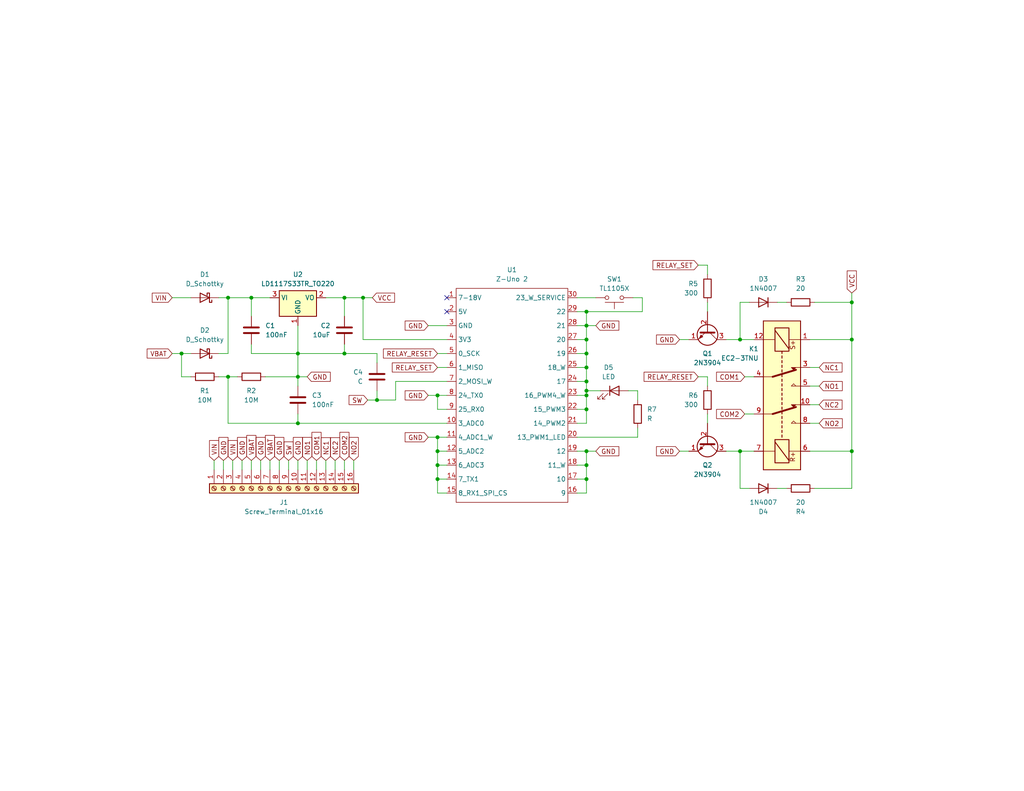
<source format=kicad_sch>
(kicad_sch (version 20230121) (generator eeschema)
  (paper "USLetter")
  (lib_symbols
    (symbol "Connector:Screw_Terminal_01x16" (pin_names (offset 1.016) hide)
      (property "Reference" "J" (at 0 20.32 0))
      (property "Value" "Screw_Terminal_01x16" (at 0 -22.86 0))
      (symbol "Screw_Terminal_01x16_1_1"
        (rectangle (start -1.27 19.05) (end 1.27 -21.59) (stroke (width 0.254)) (fill (type background)))
        (circle (center 0 -20.32) (radius 0.635) (stroke (width 0.1524)))
        (circle (center 0 -17.78) (radius 0.635) (stroke (width 0.1524)))
        (circle (center 0 -15.24) (radius 0.635) (stroke (width 0.1524)))
        (circle (center 0 -12.7) (radius 0.635) (stroke (width 0.1524)))
        (circle (center 0 -10.16) (radius 0.635) (stroke (width 0.1524)))
        (circle (center 0 -7.62) (radius 0.635) (stroke (width 0.1524)))
        (circle (center 0 -5.08) (radius 0.635) (stroke (width 0.1524)))
        (circle (center 0 -2.54) (radius 0.635) (stroke (width 0.1524)))
        (polyline (pts (xy -0.5334 -19.9898) (xy 0.3302 -20.828)) (stroke (width 0.1524)))
        (polyline (pts (xy -0.5334 -17.4498) (xy 0.3302 -18.288)) (stroke (width 0.1524)))
        (polyline (pts (xy -0.5334 -14.9098) (xy 0.3302 -15.748)) (stroke (width 0.1524)))
        (polyline (pts (xy -0.5334 -12.3698) (xy 0.3302 -13.208)) (stroke (width 0.1524)))
        (polyline (pts (xy -0.5334 -9.8298) (xy 0.3302 -10.668)) (stroke (width 0.1524)))
        (polyline (pts (xy -0.5334 -7.2898) (xy 0.3302 -8.128)) (stroke (width 0.1524)))
        (polyline (pts (xy -0.5334 -4.7498) (xy 0.3302 -5.588)) (stroke (width 0.1524)))
        (polyline (pts (xy -0.5334 -2.2098) (xy 0.3302 -3.048)) (stroke (width 0.1524)))
        (polyline (pts (xy -0.5334 0.3302) (xy 0.3302 -0.508)) (stroke (width 0.1524)))
        (polyline (pts (xy -0.5334 2.8702) (xy 0.3302 2.032)) (stroke (width 0.1524)))
        (polyline (pts (xy -0.5334 5.4102) (xy 0.3302 4.572)) (stroke (width 0.1524)))
        (polyline (pts (xy -0.5334 7.9502) (xy 0.3302 7.112)) (stroke (width 0.1524)))
        (polyline (pts (xy -0.5334 10.4902) (xy 0.3302 9.652)) (stroke (width 0.1524)))
        (polyline (pts (xy -0.5334 13.0302) (xy 0.3302 12.192)) (stroke (width 0.1524)))
        (polyline (pts (xy -0.5334 15.5702) (xy 0.3302 14.732)) (stroke (width 0.1524)))
        (polyline (pts (xy -0.5334 18.1102) (xy 0.3302 17.272)) (stroke (width 0.1524)))
        (polyline (pts (xy -0.3556 -19.812) (xy 0.508 -20.6502)) (stroke (width 0.1524)))
        (polyline (pts (xy -0.3556 -17.272) (xy 0.508 -18.1102)) (stroke (width 0.1524)))
        (polyline (pts (xy -0.3556 -14.732) (xy 0.508 -15.5702)) (stroke (width 0.1524)))
        (polyline (pts (xy -0.3556 -12.192) (xy 0.508 -13.0302)) (stroke (width 0.1524)))
        (polyline (pts (xy -0.3556 -9.652) (xy 0.508 -10.4902)) (stroke (width 0.1524)))
        (polyline (pts (xy -0.3556 -7.112) (xy 0.508 -7.9502)) (stroke (width 0.1524)))
        (polyline (pts (xy -0.3556 -4.572) (xy 0.508 -5.4102)) (stroke (width 0.1524)))
        (polyline (pts (xy -0.3556 -2.032) (xy 0.508 -2.8702)) (stroke (width 0.1524)))
        (polyline (pts (xy -0.3556 0.508) (xy 0.508 -0.3302)) (stroke (width 0.1524)))
        (polyline (pts (xy -0.3556 3.048) (xy 0.508 2.2098)) (stroke (width 0.1524)))
        (polyline (pts (xy -0.3556 5.588) (xy 0.508 4.7498)) (stroke (width 0.1524)))
        (polyline (pts (xy -0.3556 8.128) (xy 0.508 7.2898)) (stroke (width 0.1524)))
        (polyline (pts (xy -0.3556 10.668) (xy 0.508 9.8298)) (stroke (width 0.1524)))
        (polyline (pts (xy -0.3556 13.208) (xy 0.508 12.3698)) (stroke (width 0.1524)))
        (polyline (pts (xy -0.3556 15.748) (xy 0.508 14.9098)) (stroke (width 0.1524)))
        (polyline (pts (xy -0.3556 18.288) (xy 0.508 17.4498)) (stroke (width 0.1524)))
        (circle (center 0 0) (radius 0.635) (stroke (width 0.1524)))
        (circle (center 0 2.54) (radius 0.635) (stroke (width 0.1524)))
        (circle (center 0 5.08) (radius 0.635) (stroke (width 0.1524)))
        (circle (center 0 7.62) (radius 0.635) (stroke (width 0.1524)))
        (circle (center 0 10.16) (radius 0.635) (stroke (width 0.1524)))
        (circle (center 0 12.7) (radius 0.635) (stroke (width 0.1524)))
        (circle (center 0 15.24) (radius 0.635) (stroke (width 0.1524)))
        (circle (center 0 17.78) (radius 0.635) (stroke (width 0.1524)))
        (pin passive line (at -5.08 17.78 0) (length 3.81) (name "Pin_1") (number "1"))
        (pin passive line (at -5.08 -5.08 0) (length 3.81) (name "Pin_10") (number "10"))
        (pin passive line (at -5.08 -7.62 0) (length 3.81) (name "Pin_11") (number "11"))
        (pin passive line (at -5.08 -10.16 0) (length 3.81) (name "Pin_12") (number "12"))
        (pin passive line (at -5.08 -12.7 0) (length 3.81) (name "Pin_13") (number "13"))
        (pin passive line (at -5.08 -15.24 0) (length 3.81) (name "Pin_14") (number "14"))
        (pin passive line (at -5.08 -17.78 0) (length 3.81) (name "Pin_15") (number "15"))
        (pin passive line (at -5.08 -20.32 0) (length 3.81) (name "Pin_16") (number "16"))
        (pin passive line (at -5.08 15.24 0) (length 3.81) (name "Pin_2") (number "2"))
        (pin passive line (at -5.08 12.7 0) (length 3.81) (name "Pin_3") (number "3"))
        (pin passive line (at -5.08 10.16 0) (length 3.81) (name "Pin_4") (number "4"))
        (pin passive line (at -5.08 7.62 0) (length 3.81) (name "Pin_5") (number "5"))
        (pin passive line (at -5.08 5.08 0) (length 3.81) (name "Pin_6") (number "6"))
        (pin passive line (at -5.08 2.54 0) (length 3.81) (name "Pin_7") (number "7"))
        (pin passive line (at -5.08 0 0) (length 3.81) (name "Pin_8") (number "8"))
        (pin passive line (at -5.08 -2.54 0) (length 3.81) (name "Pin_9") (number "9"))
      )
    )
    (symbol "Device:C" (pin_numbers hide) (pin_names (offset 0.254))
      (property "Reference" "C" (at 0.635 2.54 0))
      (property "Value" "C" (at 0.635 -2.54 0))
      (symbol "C_0_1"
        (polyline (pts (xy -2.032 -0.762) (xy 2.032 -0.762)) (stroke (width 0.508)))
        (polyline (pts (xy -2.032 0.762) (xy 2.032 0.762)) (stroke (width 0.508)))
      )
      (symbol "C_1_1"
        (pin passive line (at 0 3.81 270) (length 2.794) (name "~") (number "1"))
        (pin passive line (at 0 -3.81 90) (length 2.794) (name "~") (number "2"))
      )
    )
    (symbol "Device:D_Schottky" (pin_numbers hide) (pin_names (offset 1.016) hide)
      (property "Reference" "D" (at 0 2.54 0))
      (property "Value" "D_Schottky" (at 0 -2.54 0))
      (symbol "D_Schottky_0_1"
        (polyline (pts (xy 1.27 0) (xy -1.27 0)))
        (polyline (pts (xy 1.27 1.27) (xy 1.27 -1.27) (xy -1.27 0) (xy 1.27 1.27)) (stroke (width 0.254)))
        (polyline (pts (xy -1.905 0.635) (xy -1.905 1.27) (xy -1.27 1.27) (xy -1.27 -1.27) (xy -0.635 -1.27) (xy -0.635 -0.635)) (stroke (width 0.254)))
      )
      (symbol "D_Schottky_1_1"
        (pin passive line (at -3.81 0 0) (length 2.54) (name "K") (number "1"))
        (pin passive line (at 3.81 0 180) (length 2.54) (name "A") (number "2"))
      )
    )
    (symbol "Device:LED" (pin_numbers hide) (pin_names (offset 1.016) hide)
      (property "Reference" "D" (at 0 2.54 0))
      (property "Value" "LED" (at 0 -2.54 0))
      (symbol "LED_0_1"
        (polyline (pts (xy -1.27 -1.27) (xy -1.27 1.27)) (stroke (width 0.254)))
        (polyline (pts (xy -1.27 0) (xy 1.27 0)))
        (polyline (pts (xy 1.27 -1.27) (xy 1.27 1.27) (xy -1.27 0) (xy 1.27 -1.27)) (stroke (width 0.254)))
        (polyline (pts (xy -3.048 -0.762) (xy -4.572 -2.286) (xy -3.81 -2.286) (xy -4.572 -2.286) (xy -4.572 -1.524)))
        (polyline (pts (xy -1.778 -0.762) (xy -3.302 -2.286) (xy -2.54 -2.286) (xy -3.302 -2.286) (xy -3.302 -1.524)))
      )
      (symbol "LED_1_1"
        (pin passive line (at -3.81 0 0) (length 2.54) (name "K") (number "1"))
        (pin passive line (at 3.81 0 180) (length 2.54) (name "A") (number "2"))
      )
    )
    (symbol "Device:R" (pin_numbers hide) (pin_names (offset 0))
      (property "Reference" "R" (at 2.032 0 90))
      (property "Value" "R" (at 0 0 90))
      (symbol "R_0_1"
        (rectangle (start -1.016 -2.54) (end 1.016 2.54) (stroke (width 0.254)))
      )
      (symbol "R_1_1"
        (pin passive line (at 0 3.81 270) (length 1.27) (name "~") (number "1"))
        (pin passive line (at 0 -3.81 90) (length 1.27) (name "~") (number "2"))
      )
    )
    (symbol "Diode:1N4007" (pin_numbers hide) (pin_names hide)
      (property "Reference" "D" (at 0 2.54 0))
      (property "Value" "1N4007" (at 0 -2.54 0))
      (symbol "1N4007_0_1"
        (polyline (pts (xy -1.27 1.27) (xy -1.27 -1.27)) (stroke (width 0.254)))
        (polyline (pts (xy 1.27 0) (xy -1.27 0)))
        (polyline (pts (xy 1.27 1.27) (xy 1.27 -1.27) (xy -1.27 0) (xy 1.27 1.27)) (stroke (width 0.254)))
      )
      (symbol "1N4007_1_1"
        (pin passive line (at -3.81 0 0) (length 2.54) (name "K") (number "1"))
        (pin passive line (at 3.81 0 180) (length 2.54) (name "A") (number "2"))
      )
    )
    (symbol "PCM_Z-Uno:Z-Uno 2"
      (property "Reference" "U" (at 0 33.02 0))
      (property "Value" "Z-Uno 2" (at 0 30.48 0))
      (symbol "Z-Uno 2_0_1"
        (rectangle (start -15.24 29.21) (end 15.24 -29.21))
      )
      (symbol "Z-Uno 2_1_1"
        (pin passive line (at -17.78 26.67 0) (length 2.54) (name "7-18V") (number "1"))
        (pin bidirectional line (at -17.78 -7.62 0) (length 2.54) (name "3_ADC0") (number "10"))
        (pin bidirectional line (at -17.78 -11.43 0) (length 2.54) (name "4_ADC1_W") (number "11"))
        (pin bidirectional line (at -17.78 -15.24 0) (length 2.54) (name "5_ADC2") (number "12"))
        (pin bidirectional line (at -17.78 -19.05 0) (length 2.54) (name "6_ADC3") (number "13"))
        (pin bidirectional line (at -17.78 -22.86 0) (length 2.54) (name "7_TX1") (number "14"))
        (pin bidirectional line (at -17.78 -26.67 0) (length 2.54) (name "8_RX1_SPI_CS") (number "15"))
        (pin bidirectional line (at 17.78 -26.67 180) (length 2.54) (name "9") (number "16"))
        (pin bidirectional line (at 17.78 -22.86 180) (length 2.54) (name "10") (number "17"))
        (pin bidirectional line (at 17.78 -19.05 180) (length 2.54) (name "11_W") (number "18"))
        (pin bidirectional line (at 17.78 -15.24 180) (length 2.54) (name "12") (number "19"))
        (pin passive line (at -17.78 22.86 0) (length 2.54) (name "5V") (number "2"))
        (pin bidirectional line (at 17.78 -11.43 180) (length 2.54) (name "13_PWM1_LED") (number "20"))
        (pin bidirectional line (at 17.78 -7.62 180) (length 2.54) (name "14_PWM2") (number "21"))
        (pin bidirectional line (at 17.78 -3.81 180) (length 2.54) (name "15_PWM3") (number "22"))
        (pin bidirectional line (at 17.78 0 180) (length 2.54) (name "16_PWM4_W") (number "23"))
        (pin bidirectional line (at 17.78 3.81 180) (length 2.54) (name "17") (number "24"))
        (pin bidirectional line (at 17.78 7.62 180) (length 2.54) (name "18_W") (number "25"))
        (pin bidirectional line (at 17.78 11.43 180) (length 2.54) (name "19") (number "26"))
        (pin bidirectional line (at 17.78 15.24 180) (length 2.54) (name "20") (number "27"))
        (pin bidirectional line (at 17.78 19.05 180) (length 2.54) (name "21") (number "28"))
        (pin bidirectional line (at 17.78 22.86 180) (length 2.54) (name "22") (number "29"))
        (pin passive line (at -17.78 19.05 0) (length 2.54) (name "GND") (number "3"))
        (pin bidirectional line (at 17.78 26.67 180) (length 2.54) (name "23_W_SERVICE") (number "30"))
        (pin passive line (at -17.78 15.24 0) (length 2.54) (name "3V3") (number "4"))
        (pin bidirectional line (at -17.78 11.43 0) (length 2.54) (name "0_SCK") (number "5"))
        (pin bidirectional line (at -17.78 7.62 0) (length 2.54) (name "1_MISO") (number "6"))
        (pin bidirectional line (at -17.78 3.81 0) (length 2.54) (name "2_MOSI_W") (number "7"))
        (pin bidirectional line (at -17.78 0 0) (length 2.54) (name "24_TX0") (number "8"))
        (pin bidirectional line (at -17.78 -3.81 0) (length 2.54) (name "25_RX0") (number "9"))
      )
    )
    (symbol "Regulator_Linear:LD1117S33TR_SOT223"
      (property "Reference" "U" (at -3.81 3.175 0))
      (property "Value" "LD1117S33TR_SOT223" (at 0 3.175 0))
      (symbol "LD1117S33TR_SOT223_0_1"
        (rectangle (start -5.08 -5.08) (end 5.08 1.905) (stroke (width 0.254)) (fill (type background)))
      )
      (symbol "LD1117S33TR_SOT223_1_1"
        (pin power_in line (at 0 -7.62 90) (length 2.54) (name "GND") (number "1"))
        (pin power_out line (at 7.62 0 180) (length 2.54) (name "VO") (number "2"))
        (pin power_in line (at -7.62 0 0) (length 2.54) (name "VI") (number "3"))
      )
    )
    (symbol "Relay:EC2-3TNU"
      (property "Reference" "K" (at 17.78 8.89 0))
      (property "Value" "EC2-3TNU" (at 21.59 6.35 0))
      (symbol "EC2-3TNU_1_1"
        (rectangle (start -20.32 5.08) (end 20.32 -5.08) (stroke (width 0.254)) (fill (type background)))
        (rectangle (start -18.415 1.905) (end -12.065 -1.905) (stroke (width 0.254)))
        (polyline (pts (xy -17.78 -1.905) (xy -12.7 1.905)) (stroke (width 0.254)))
        (polyline (pts (xy -15.24 -5.08) (xy -15.24 -1.905)))
        (polyline (pts (xy -15.24 5.08) (xy -15.24 1.905)))
        (polyline (pts (xy -12.065 0) (xy -11.43 0)) (stroke (width 0.254)))
        (polyline (pts (xy -10.795 0) (xy -10.16 0)) (stroke (width 0.254)))
        (polyline (pts (xy -9.525 0) (xy -8.89 0)) (stroke (width 0.254)))
        (polyline (pts (xy -8.255 0) (xy -7.62 0)) (stroke (width 0.254)))
        (polyline (pts (xy -6.985 0) (xy -6.35 0)) (stroke (width 0.254)))
        (polyline (pts (xy -5.715 0) (xy -5.08 0)) (stroke (width 0.254)))
        (polyline (pts (xy -5.08 -2.54) (xy -6.985 3.81)) (stroke (width 0.508)))
        (polyline (pts (xy -5.08 -2.54) (xy -5.08 -5.08)))
        (polyline (pts (xy -4.445 0) (xy -3.81 0)) (stroke (width 0.254)))
        (polyline (pts (xy -3.175 0) (xy -2.54 0)) (stroke (width 0.254)))
        (polyline (pts (xy -1.905 0) (xy -1.27 0)) (stroke (width 0.254)))
        (polyline (pts (xy -0.635 0) (xy 0 0)) (stroke (width 0.254)))
        (polyline (pts (xy 0.635 0) (xy 1.27 0)) (stroke (width 0.254)))
        (polyline (pts (xy 1.905 0) (xy 2.54 0)) (stroke (width 0.254)))
        (polyline (pts (xy 3.175 0) (xy 3.81 0)) (stroke (width 0.254)))
        (polyline (pts (xy 4.445 0) (xy 5.08 0)) (stroke (width 0.254)))
        (polyline (pts (xy 5.08 -2.54) (xy 3.175 3.81)) (stroke (width 0.508)))
        (polyline (pts (xy 5.08 -2.54) (xy 5.08 -5.08)))
        (polyline (pts (xy 5.715 0) (xy 6.35 0)) (stroke (width 0.254)))
        (polyline (pts (xy 6.985 0) (xy 7.62 0)) (stroke (width 0.254)))
        (polyline (pts (xy 8.255 0) (xy 8.89 0)) (stroke (width 0.254)))
        (polyline (pts (xy 9.525 0) (xy 10.16 0)) (stroke (width 0.254)))
        (polyline (pts (xy 10.795 0) (xy 11.43 0)) (stroke (width 0.254)))
        (polyline (pts (xy 12.7 -1.905) (xy 17.78 1.905)) (stroke (width 0.254)))
        (polyline (pts (xy 15.24 -5.08) (xy 15.24 -1.905)))
        (polyline (pts (xy 15.24 5.08) (xy 15.24 1.905)))
        (polyline (pts (xy -7.62 5.08) (xy -7.62 2.54) (xy -6.985 3.175) (xy -7.62 3.81)) (fill (type outline)))
        (polyline (pts (xy -2.54 5.08) (xy -2.54 2.54) (xy -3.175 3.175) (xy -2.54 3.81)))
        (polyline (pts (xy 2.54 5.08) (xy 2.54 2.54) (xy 3.175 3.175) (xy 2.54 3.81)) (fill (type outline)))
        (polyline (pts (xy 7.62 5.08) (xy 7.62 2.54) (xy 6.985 3.175) (xy 7.62 3.81)))
        (rectangle (start 12.065 1.905) (end 18.415 -1.905) (stroke (width 0.254)))
        (text "+" (at -14.351 2.921 0) (effects (font (size 1.27 1.27))))
        (text "+" (at 16.129 2.921 0) (effects (font (size 1.27 1.27))))
        (text "R" (at 17.526 2.921 0) (effects (font (size 1.27 1.27))))
        (text "S" (at -13.081 2.921 0) (effects (font (size 1.27 1.27))))
        (pin passive line (at -15.24 7.62 270) (length 2.54) (name "~") (number "1"))
        (pin passive line (at 2.54 7.62 270) (length 2.54) (name "~") (number "10"))
        (pin passive line (at -15.24 -7.62 90) (length 2.54) (name "~") (number "12"))
        (pin passive line (at -7.62 7.62 270) (length 2.54) (name "~") (number "3"))
        (pin passive line (at -5.08 -7.62 90) (length 2.54) (name "~") (number "4"))
        (pin passive line (at -2.54 7.62 270) (length 2.54) (name "~") (number "5"))
        (pin passive line (at 15.24 7.62 270) (length 2.54) (name "~") (number "6"))
        (pin passive line (at 15.24 -7.62 90) (length 2.54) (name "~") (number "7"))
        (pin passive line (at 7.62 7.62 270) (length 2.54) (name "~") (number "8"))
        (pin passive line (at 5.08 -7.62 90) (length 2.54) (name "~") (number "9"))
      )
    )
    (symbol "Switch:SW_Push" (pin_numbers hide) (pin_names (offset 1.016) hide)
      (property "Reference" "SW" (at 1.27 2.54 0))
      (property "Value" "SW_Push" (at 0 -1.524 0))
      (symbol "SW_Push_0_1"
        (circle (center -2.032 0) (radius 0.508))
        (polyline (pts (xy 0 1.27) (xy 0 3.048)))
        (polyline (pts (xy 2.54 1.27) (xy -2.54 1.27)))
        (circle (center 2.032 0) (radius 0.508))
        (pin passive line (at -5.08 0 0) (length 2.54) (name "1") (number "1"))
        (pin passive line (at 5.08 0 180) (length 2.54) (name "2") (number "2"))
      )
    )
    (symbol "Transistor_BJT:2N3904" (pin_names (offset 0) hide)
      (property "Reference" "Q" (at 5.08 1.905 0))
      (property "Value" "2N3904" (at 5.08 0 0))
      (symbol "2N3904_0_1"
        (polyline (pts (xy 0.635 0.635) (xy 2.54 2.54)))
        (polyline (pts (xy 0.635 -0.635) (xy 2.54 -2.54) (xy 2.54 -2.54)))
        (polyline (pts (xy 0.635 1.905) (xy 0.635 -1.905) (xy 0.635 -1.905)) (stroke (width 0.508)))
        (polyline (pts (xy 1.27 -1.778) (xy 1.778 -1.27) (xy 2.286 -2.286) (xy 1.27 -1.778) (xy 1.27 -1.778)) (fill (type outline)))
        (circle (center 1.27 0) (radius 2.8194) (stroke (width 0.254)))
      )
      (symbol "2N3904_1_1"
        (pin passive line (at 2.54 -5.08 90) (length 2.54) (name "E") (number "1"))
        (pin passive line (at -5.08 0 0) (length 5.715) (name "B") (number "2"))
        (pin passive line (at 2.54 5.08 270) (length 2.54) (name "C") (number "3"))
      )
    )
  )
  (junction (at 160.02 111.76))
  (junction (at 93.98 96.52))
  (junction (at 49.53 96.52))
  (junction (at 160.02 107.95))
  (junction (at 160.02 85.09))
  (junction (at 232.41 82.55))
  (junction (at 160.02 96.52))
  (junction (at 81.28 96.52))
  (junction (at 160.02 92.71))
  (junction (at 232.41 92.71))
  (junction (at 102.87 109.22))
  (junction (at 119.38 107.95))
  (junction (at 232.41 123.19))
  (junction (at 81.28 115.57))
  (junction (at 201.93 123.19))
  (junction (at 81.28 102.87))
  (junction (at 160.02 106.68))
  (junction (at 160.02 88.9))
  (junction (at 201.93 92.71))
  (junction (at 160.02 127))
  (junction (at 119.38 127))
  (junction (at 62.23 102.87))
  (junction (at 160.02 100.33))
  (junction (at 62.23 81.28))
  (junction (at 160.02 123.19))
  (junction (at 119.38 130.81))
  (junction (at 119.38 119.38))
  (junction (at 160.02 130.81))
  (junction (at 99.06 81.28))
  (junction (at 160.02 104.14))
  (junction (at 119.38 123.19))
  (junction (at 68.58 81.28))
  (junction (at 93.98 81.28))
  (no_connect (at 121.92 81.28))
  (no_connect (at 121.92 85.09))
  (wire (pts (xy 107.95 104.14) (xy 121.92 104.14)))
  (wire (pts (xy 68.58 81.28) (xy 73.66 81.28)))
  (wire (pts (xy 119.38 134.62) (xy 121.92 134.62)))
  (wire (pts (xy 223.52 110.49) (xy 220.98 110.49)))
  (wire (pts (xy 119.38 107.95) (xy 119.38 111.76)))
  (wire (pts (xy 81.28 102.87) (xy 81.28 105.41)))
  (wire (pts (xy 107.95 109.22) (xy 107.95 104.14)))
  (wire (pts (xy 193.04 74.93) (xy 193.04 72.39)))
  (wire (pts (xy 205.74 102.87) (xy 203.2 102.87)))
  (wire (pts (xy 49.53 102.87) (xy 52.07 102.87)))
  (wire (pts (xy 157.48 96.52) (xy 160.02 96.52)))
  (wire (pts (xy 173.99 106.68) (xy 173.99 109.22)))
  (wire (pts (xy 86.36 125.73) (xy 86.36 128.27)))
  (wire (pts (xy 59.69 81.28) (xy 62.23 81.28)))
  (wire (pts (xy 93.98 96.52) (xy 102.87 96.52)))
  (wire (pts (xy 93.98 125.73) (xy 93.98 128.27)))
  (wire (pts (xy 116.84 107.95) (xy 119.38 107.95)))
  (wire (pts (xy 93.98 81.28) (xy 93.98 86.36)))
  (wire (pts (xy 119.38 111.76) (xy 121.92 111.76)))
  (wire (pts (xy 88.9 125.73) (xy 88.9 128.27)))
  (wire (pts (xy 201.93 92.71) (xy 205.74 92.71)))
  (wire (pts (xy 157.48 119.38) (xy 173.99 119.38)))
  (wire (pts (xy 76.2 128.27) (xy 76.2 125.73)))
  (wire (pts (xy 119.38 127) (xy 121.92 127)))
  (wire (pts (xy 175.26 85.09) (xy 175.26 81.28)))
  (wire (pts (xy 157.48 92.71) (xy 160.02 92.71)))
  (wire (pts (xy 160.02 130.81) (xy 160.02 134.62)))
  (wire (pts (xy 160.02 127) (xy 160.02 130.81)))
  (wire (pts (xy 66.04 128.27) (xy 66.04 125.73)))
  (wire (pts (xy 223.52 115.57) (xy 220.98 115.57)))
  (wire (pts (xy 232.41 82.55) (xy 232.41 92.71)))
  (wire (pts (xy 81.28 115.57) (xy 121.92 115.57)))
  (wire (pts (xy 62.23 81.28) (xy 62.23 96.52)))
  (wire (pts (xy 93.98 93.98) (xy 93.98 96.52)))
  (wire (pts (xy 160.02 115.57) (xy 157.48 115.57)))
  (wire (pts (xy 73.66 128.27) (xy 73.66 125.73)))
  (wire (pts (xy 71.12 128.27) (xy 71.12 125.73)))
  (wire (pts (xy 62.23 81.28) (xy 68.58 81.28)))
  (wire (pts (xy 232.41 133.35) (xy 232.41 123.19)))
  (wire (pts (xy 99.06 81.28) (xy 99.06 92.71)))
  (wire (pts (xy 119.38 130.81) (xy 119.38 134.62)))
  (wire (pts (xy 160.02 130.81) (xy 157.48 130.81)))
  (wire (pts (xy 72.39 102.87) (xy 81.28 102.87)))
  (wire (pts (xy 160.02 85.09) (xy 175.26 85.09)))
  (wire (pts (xy 119.38 96.52) (xy 121.92 96.52)))
  (wire (pts (xy 119.38 123.19) (xy 121.92 123.19)))
  (wire (pts (xy 81.28 96.52) (xy 81.28 102.87)))
  (wire (pts (xy 81.28 96.52) (xy 93.98 96.52)))
  (wire (pts (xy 193.04 115.57) (xy 193.04 113.03)))
  (wire (pts (xy 190.5 72.39) (xy 193.04 72.39)))
  (wire (pts (xy 201.93 133.35) (xy 201.93 123.19)))
  (wire (pts (xy 160.02 106.68) (xy 160.02 107.95)))
  (wire (pts (xy 121.92 107.95) (xy 119.38 107.95)))
  (wire (pts (xy 173.99 119.38) (xy 173.99 116.84)))
  (wire (pts (xy 116.84 88.9) (xy 121.92 88.9)))
  (wire (pts (xy 119.38 119.38) (xy 119.38 123.19)))
  (wire (pts (xy 160.02 92.71) (xy 160.02 96.52)))
  (wire (pts (xy 157.48 85.09) (xy 160.02 85.09)))
  (wire (pts (xy 46.99 81.28) (xy 52.07 81.28)))
  (wire (pts (xy 162.56 123.19) (xy 160.02 123.19)))
  (wire (pts (xy 119.38 123.19) (xy 119.38 127)))
  (wire (pts (xy 185.42 92.71) (xy 187.96 92.71)))
  (wire (pts (xy 190.5 102.87) (xy 193.04 102.87)))
  (wire (pts (xy 62.23 102.87) (xy 64.77 102.87)))
  (wire (pts (xy 160.02 100.33) (xy 160.02 104.14)))
  (wire (pts (xy 175.26 81.28) (xy 172.72 81.28)))
  (wire (pts (xy 204.47 133.35) (xy 201.93 133.35)))
  (wire (pts (xy 119.38 100.33) (xy 121.92 100.33)))
  (wire (pts (xy 160.02 104.14) (xy 160.02 106.68)))
  (wire (pts (xy 193.04 85.09) (xy 193.04 82.55)))
  (wire (pts (xy 119.38 130.81) (xy 121.92 130.81)))
  (wire (pts (xy 223.52 105.41) (xy 220.98 105.41)))
  (wire (pts (xy 160.02 123.19) (xy 157.48 123.19)))
  (wire (pts (xy 160.02 88.9) (xy 160.02 92.71)))
  (wire (pts (xy 62.23 115.57) (xy 81.28 115.57)))
  (wire (pts (xy 201.93 123.19) (xy 198.12 123.19)))
  (wire (pts (xy 201.93 123.19) (xy 205.74 123.19)))
  (wire (pts (xy 81.28 125.73) (xy 81.28 128.27)))
  (wire (pts (xy 160.02 106.68) (xy 163.83 106.68)))
  (wire (pts (xy 160.02 88.9) (xy 162.56 88.9)))
  (wire (pts (xy 157.48 81.28) (xy 162.56 81.28)))
  (wire (pts (xy 60.96 128.27) (xy 60.96 125.73)))
  (wire (pts (xy 52.07 96.52) (xy 49.53 96.52)))
  (wire (pts (xy 185.42 123.19) (xy 187.96 123.19)))
  (wire (pts (xy 157.48 104.14) (xy 160.02 104.14)))
  (wire (pts (xy 102.87 96.52) (xy 102.87 99.06)))
  (wire (pts (xy 96.52 125.73) (xy 96.52 128.27)))
  (wire (pts (xy 160.02 111.76) (xy 160.02 115.57)))
  (wire (pts (xy 193.04 105.41) (xy 193.04 102.87)))
  (wire (pts (xy 214.63 82.55) (xy 212.09 82.55)))
  (wire (pts (xy 160.02 107.95) (xy 160.02 111.76)))
  (wire (pts (xy 81.28 102.87) (xy 83.82 102.87)))
  (wire (pts (xy 99.06 81.28) (xy 101.6 81.28)))
  (wire (pts (xy 160.02 85.09) (xy 160.02 88.9)))
  (wire (pts (xy 102.87 106.68) (xy 102.87 109.22)))
  (wire (pts (xy 68.58 96.52) (xy 81.28 96.52)))
  (wire (pts (xy 68.58 128.27) (xy 68.58 125.73)))
  (wire (pts (xy 46.99 96.52) (xy 49.53 96.52)))
  (wire (pts (xy 93.98 81.28) (xy 99.06 81.28)))
  (wire (pts (xy 121.92 119.38) (xy 119.38 119.38)))
  (wire (pts (xy 83.82 125.73) (xy 83.82 128.27)))
  (wire (pts (xy 232.41 123.19) (xy 220.98 123.19)))
  (wire (pts (xy 157.48 107.95) (xy 160.02 107.95)))
  (wire (pts (xy 59.69 102.87) (xy 62.23 102.87)))
  (wire (pts (xy 99.06 92.71) (xy 121.92 92.71)))
  (wire (pts (xy 171.45 106.68) (xy 173.99 106.68)))
  (wire (pts (xy 222.25 133.35) (xy 232.41 133.35)))
  (wire (pts (xy 88.9 81.28) (xy 93.98 81.28)))
  (wire (pts (xy 214.63 133.35) (xy 212.09 133.35)))
  (wire (pts (xy 157.48 111.76) (xy 160.02 111.76)))
  (wire (pts (xy 59.69 96.52) (xy 62.23 96.52)))
  (wire (pts (xy 68.58 81.28) (xy 68.58 86.36)))
  (wire (pts (xy 78.74 125.73) (xy 78.74 128.27)))
  (wire (pts (xy 62.23 102.87) (xy 62.23 115.57)))
  (wire (pts (xy 201.93 82.55) (xy 201.93 92.71)))
  (wire (pts (xy 223.52 100.33) (xy 220.98 100.33)))
  (wire (pts (xy 116.84 119.38) (xy 119.38 119.38)))
  (wire (pts (xy 232.41 80.01) (xy 232.41 82.55)))
  (wire (pts (xy 81.28 88.9) (xy 81.28 96.52)))
  (wire (pts (xy 232.41 92.71) (xy 220.98 92.71)))
  (wire (pts (xy 91.44 125.73) (xy 91.44 128.27)))
  (wire (pts (xy 68.58 93.98) (xy 68.58 96.52)))
  (wire (pts (xy 160.02 123.19) (xy 160.02 127)))
  (wire (pts (xy 63.5 128.27) (xy 63.5 125.73)))
  (wire (pts (xy 204.47 82.55) (xy 201.93 82.55)))
  (wire (pts (xy 232.41 82.55) (xy 222.25 82.55)))
  (wire (pts (xy 160.02 127) (xy 157.48 127)))
  (wire (pts (xy 205.74 113.03) (xy 203.2 113.03)))
  (wire (pts (xy 157.48 100.33) (xy 160.02 100.33)))
  (wire (pts (xy 119.38 127) (xy 119.38 130.81)))
  (wire (pts (xy 58.42 128.27) (xy 58.42 125.73)))
  (wire (pts (xy 102.87 109.22) (xy 107.95 109.22)))
  (wire (pts (xy 201.93 92.71) (xy 198.12 92.71)))
  (wire (pts (xy 160.02 134.62) (xy 157.48 134.62)))
  (wire (pts (xy 81.28 113.03) (xy 81.28 115.57)))
  (wire (pts (xy 100.33 109.22) (xy 102.87 109.22)))
  (wire (pts (xy 232.41 92.71) (xy 232.41 123.19)))
  (wire (pts (xy 160.02 88.9) (xy 157.48 88.9)))
  (wire (pts (xy 160.02 96.52) (xy 160.02 100.33)))
  (wire (pts (xy 49.53 96.52) (xy 49.53 102.87)))
  (global_label "GND" (shape input) (at 66.04 125.73 90) (property "Intersheetrefs" "${INTERSHEET_REFS}" (effects hide)))
  (global_label "VIN" (shape input) (at 46.99 81.28 180) (property "Intersheetrefs" "${INTERSHEET_REFS}" (effects hide)))
  (global_label "VBAT" (shape input) (at 68.58 125.73 90) (property "Intersheetrefs" "${INTERSHEET_REFS}" (effects hide)))
  (global_label "VCC" (shape input) (at 101.6 81.28 0) (property "Intersheetrefs" "${INTERSHEET_REFS}" (effects hide)))
  (global_label "GND" (shape input) (at 185.42 123.19 180) (property "Intersheetrefs" "${INTERSHEET_REFS}" (effects hide)))
  (global_label "GND" (shape input) (at 116.84 119.38 180) (property "Intersheetrefs" "${INTERSHEET_REFS}" (effects hide)))
  (global_label "GND" (shape input) (at 76.2 125.73 90) (property "Intersheetrefs" "${INTERSHEET_REFS}" (effects hide)))
  (global_label "NC2" (shape input) (at 91.44 125.73 90) (property "Intersheetrefs" "${INTERSHEET_REFS}" (effects hide)))
  (global_label "COM2" (shape input) (at 93.98 125.73 90) (property "Intersheetrefs" "${INTERSHEET_REFS}" (effects hide)))
  (global_label "NC1" (shape input) (at 223.52 100.33 0) (property "Intersheetrefs" "${INTERSHEET_REFS}" (effects hide)))
  (global_label "NO1" (shape input) (at 83.82 125.73 90) (property "Intersheetrefs" "${INTERSHEET_REFS}" (effects hide)))
  (global_label "NO1" (shape input) (at 223.52 105.41 0) (property "Intersheetrefs" "${INTERSHEET_REFS}" (effects hide)))
  (global_label "VCC" (shape input) (at 232.41 80.01 90) (property "Intersheetrefs" "${INTERSHEET_REFS}" (effects hide)))
  (global_label "GND" (shape input) (at 60.96 125.73 90) (property "Intersheetrefs" "${INTERSHEET_REFS}" (effects hide)))
  (global_label "RELAY_RESET" (shape input) (at 119.38 96.52 180) (property "Intersheetrefs" "${INTERSHEET_REFS}" (effects hide)))
  (global_label "GND" (shape input) (at 116.84 88.9 180) (property "Intersheetrefs" "${INTERSHEET_REFS}" (effects hide)))
  (global_label "COM1" (shape input) (at 86.36 125.73 90) (property "Intersheetrefs" "${INTERSHEET_REFS}" (effects hide)))
  (global_label "NO2" (shape input) (at 223.52 115.57 0) (property "Intersheetrefs" "${INTERSHEET_REFS}" (effects hide)))
  (global_label "VBAT" (shape input) (at 73.66 125.73 90) (property "Intersheetrefs" "${INTERSHEET_REFS}" (effects hide)))
  (global_label "GND" (shape input) (at 116.84 107.95 180) (property "Intersheetrefs" "${INTERSHEET_REFS}" (effects hide)))
  (global_label "VBAT" (shape input) (at 46.99 96.52 180) (property "Intersheetrefs" "${INTERSHEET_REFS}" (effects hide)))
  (global_label "RELAY_SET" (shape input) (at 190.5 72.39 180) (property "Intersheetrefs" "${INTERSHEET_REFS}" (effects hide)))
  (global_label "GND" (shape input) (at 83.82 102.87 0) (property "Intersheetrefs" "${INTERSHEET_REFS}" (effects hide)))
  (global_label "NO2" (shape input) (at 96.52 125.73 90) (property "Intersheetrefs" "${INTERSHEET_REFS}" (effects hide)))
  (global_label "GND" (shape input) (at 81.28 125.73 90) (property "Intersheetrefs" "${INTERSHEET_REFS}" (effects hide)))
  (global_label "NC1" (shape input) (at 88.9 125.73 90) (property "Intersheetrefs" "${INTERSHEET_REFS}" (effects hide)))
  (global_label "GND" (shape input) (at 71.12 125.73 90) (property "Intersheetrefs" "${INTERSHEET_REFS}" (effects hide)))
  (global_label "VIN" (shape input) (at 63.5 125.73 90) (property "Intersheetrefs" "${INTERSHEET_REFS}" (effects hide)))
  (global_label "RELAY_SET" (shape input) (at 119.38 100.33 180) (property "Intersheetrefs" "${INTERSHEET_REFS}" (effects hide)))
  (global_label "GND" (shape input) (at 162.56 123.19 0) (property "Intersheetrefs" "${INTERSHEET_REFS}" (effects hide)))
  (global_label "NC2" (shape input) (at 223.52 110.49 0) (property "Intersheetrefs" "${INTERSHEET_REFS}" (effects hide)))
  (global_label "COM2" (shape input) (at 203.2 113.03 180) (property "Intersheetrefs" "${INTERSHEET_REFS}" (effects hide)))
  (global_label "GND" (shape input) (at 185.42 92.71 180) (property "Intersheetrefs" "${INTERSHEET_REFS}" (effects hide)))
  (global_label "RELAY_RESET" (shape input) (at 190.5 102.87 180) (property "Intersheetrefs" "${INTERSHEET_REFS}" (effects hide)))
  (global_label "COM1" (shape input) (at 203.2 102.87 180) (property "Intersheetrefs" "${INTERSHEET_REFS}" (effects hide)))
  (global_label "SW" (shape input) (at 78.74 125.73 90) (property "Intersheetrefs" "${INTERSHEET_REFS}" (effects hide)))
  (global_label "VIN" (shape input) (at 58.42 125.73 90) (property "Intersheetrefs" "${INTERSHEET_REFS}" (effects hide)))
  (global_label "SW" (shape input) (at 100.33 109.22 180) (property "Intersheetrefs" "${INTERSHEET_REFS}" (effects hide)))
  (global_label "GND" (shape input) (at 162.56 88.9 0) (property "Intersheetrefs" "${INTERSHEET_REFS}" (effects hide)))
  (symbol (lib_id "Diode:1N4007") (at 208.28 82.55 180) (unit 1)
    (property "Reference" "D3" (at 208.28 76.2 0))
    (property "Value" "1N4007" (at 208.28 78.74 0))
    (property "Footprint" "Diode_THT:D_DO-41_SOD81_P10.16mm_Horizontal" (effects hide))
    (property "Datasheet" "http://www.vishay.com/docs/88503/1n4001.pdf" (effects hide))
    (property "Sim.Device" "D" (effects hide))
    (property "Sim.Pins" "1=K 2=A" (effects hide))
  )
  (symbol (lib_id "Device:LED") (at 167.64 106.68 0) (unit 1)
    (property "Reference" "D5" (at 166.0525 100.33 0))
    (property "Value" "LED" (at 166.0525 102.87 0))
    (property "Footprint" "Connector_PinHeader_2.54mm:PinHeader_1x02_P2.54mm_Vertical" (effects hide))
  )
  (symbol (lib_id "Diode:1N4007") (at 208.28 133.35 0) (mirror y) (unit 1)
    (property "Reference" "D4" (at 208.28 139.7 0))
    (property "Value" "1N4007" (at 208.28 137.16 0))
    (property "Footprint" "Diode_THT:D_DO-41_SOD81_P10.16mm_Horizontal" (effects hide))
    (property "Datasheet" "http://www.vishay.com/docs/88503/1n4001.pdf" (effects hide))
    (property "Sim.Device" "D" (effects hide))
    (property "Sim.Pins" "1=K 2=A" (effects hide))
  )
  (symbol (lib_id "Device:R") (at 193.04 109.22 0) (mirror x) (unit 1)
    (property "Reference" "R6" (at 190.5 107.95 0) (effects (justify right)))
    (property "Value" "300" (at 190.5 110.49 0) (effects (justify right)))
    (property "Footprint" "Resistor_THT:R_Axial_DIN0204_L3.6mm_D1.6mm_P5.08mm_Horizontal" (effects hide))
  )
  (symbol (lib_id "Device:R") (at 173.99 113.03 0) (mirror y) (unit 1)
    (property "Reference" "R7" (at 176.53 111.76 0) (effects (justify right)))
    (property "Value" "R" (at 176.53 114.3 0) (effects (justify right)))
    (property "Footprint" "Resistor_THT:R_Axial_DIN0204_L3.6mm_D1.6mm_P5.08mm_Horizontal" (effects hide))
  )
  (symbol (lib_id "Relay:EC2-3TNU") (at 213.36 107.95 270) (unit 1)
    (property "Reference" "K1" (at 207.01 95.25 90) (effects (justify right)))
    (property "Value" "EC2-3TNU" (at 207.01 97.79 90) (effects (justify right)))
    (property "Footprint" "Relay_THT:Relay_DPDT_Kemet_EC2_DoubleCoil" (effects hide))
    (property "Datasheet" "https://content.kemet.com/datasheets/KEM_R7002_EC2_EE2.pdf" (effects hide))
  )
  (symbol (lib_id "Device:C") (at 93.98 90.17 0) (mirror y) (unit 1)
    (property "Reference" "C2" (at 90.17 88.9 0) (effects (justify left)))
    (property "Value" "10uF" (at 90.17 91.44 0) (effects (justify left)))
    (property "Footprint" "Capacitor_THT:C_Disc_D5.0mm_W2.5mm_P5.00mm" (effects hide))
  )
  (symbol (lib_id "Device:R") (at 218.44 133.35 90) (unit 1)
    (property "Reference" "R4" (at 218.44 139.7 90))
    (property "Value" "20" (at 218.44 137.16 90))
    (property "Footprint" "Resistor_THT:R_Axial_DIN0204_L3.6mm_D1.6mm_P5.08mm_Horizontal" (effects hide))
  )
  (symbol (lib_id "Device:R") (at 193.04 78.74 0) (mirror x) (unit 1)
    (property "Reference" "R5" (at 190.5 77.47 0) (effects (justify right)))
    (property "Value" "300" (at 190.5 80.01 0) (effects (justify right)))
    (property "Footprint" "Resistor_THT:R_Axial_DIN0204_L3.6mm_D1.6mm_P5.08mm_Horizontal" (effects hide))
  )
  (symbol (lib_id "Regulator_Linear:LD1117S33TR_SOT223") (at 81.28 81.28 0) (unit 1)
    (property "Reference" "U2" (at 81.28 74.93 0))
    (property "Value" "LD1117S33TR_TO220" (at 81.28 77.47 0))
    (property "Footprint" "Package_TO_SOT_THT:TO-220-3_Horizontal_TabDown" (effects hide))
    (property "Datasheet" "http://www.st.com/st-web-ui/static/active/en/resource/technical/document/datasheet/CD00000544.pdf" (effects hide))
  )
  (symbol (lib_id "Switch:SW_Push") (at 167.64 81.28 180) (unit 1)
    (property "Reference" "SW1" (at 167.64 76.2 0))
    (property "Value" "TL1105X" (at 167.64 78.74 0))
    (property "Footprint" "z-fireplace:TL1105X" (effects hide))
  )
  (symbol (lib_id "Device:D_Schottky") (at 55.88 81.28 180) (unit 1)
    (property "Reference" "D1" (at 55.88 74.93 0))
    (property "Value" "D_Schottky" (at 55.88 77.47 0))
    (property "Footprint" "Diode_THT:D_DO-41_SOD81_P10.16mm_Horizontal" (effects hide))
  )
  (symbol (lib_id "Transistor_BJT:2N3904") (at 193.04 90.17 270) (unit 1)
    (property "Reference" "Q1" (at 193.04 96.52 90))
    (property "Value" "2N3904" (at 193.04 99.06 90))
    (property "Footprint" "Package_TO_SOT_THT:TO-92_Inline" (effects hide))
    (property "Datasheet" "https://www.onsemi.com/pub/Collateral/2N3903-D.PDF" (effects hide))
  )
  (symbol (lib_id "Device:D_Schottky") (at 55.88 96.52 180) (unit 1)
    (property "Reference" "D2" (at 55.88 90.17 0))
    (property "Value" "D_Schottky" (at 55.88 92.71 0))
    (property "Footprint" "Diode_THT:D_DO-41_SOD81_P10.16mm_Horizontal" (effects hide))
  )
  (symbol (lib_id "Device:R") (at 218.44 82.55 90) (unit 1)
    (property "Reference" "R3" (at 218.44 76.2 90))
    (property "Value" "20" (at 218.44 78.74 90))
    (property "Footprint" "Resistor_THT:R_Axial_DIN0204_L3.6mm_D1.6mm_P5.08mm_Horizontal" (effects hide))
  )
  (symbol (lib_id "Transistor_BJT:2N3904") (at 193.04 120.65 270) (unit 1)
    (property "Reference" "Q2" (at 193.04 127 90))
    (property "Value" "2N3904" (at 193.04 129.54 90))
    (property "Footprint" "Package_TO_SOT_THT:TO-92_Inline" (effects hide))
    (property "Datasheet" "https://www.onsemi.com/pub/Collateral/2N3903-D.PDF" (effects hide))
  )
  (symbol (lib_id "Device:C") (at 102.87 102.87 0) (mirror y) (unit 1)
    (property "Reference" "C4" (at 99.06 101.6 0) (effects (justify left)))
    (property "Value" "C" (at 99.06 104.14 0) (effects (justify left)))
  )
  (symbol (lib_id "Connector:Screw_Terminal_01x16") (at 76.2 133.35 90) (mirror x) (unit 1)
    (property "Reference" "J1" (at 77.47 137.16 90))
    (property "Value" "Screw_Terminal_01x16" (at 77.47 139.7 90))
    (property "Footprint" "z-fireplace:Phoenix 1844785" (effects hide))
  )
  (symbol (lib_id "PCM_Z-Uno:Z-Uno 2") (at 139.7 107.95 0) (unit 1)
    (property "Reference" "U1" (at 139.7 73.66 0))
    (property "Value" "Z-Uno 2" (at 139.7 76.2 0))
    (property "Footprint" "PCM_Z-Uno:DIP-30_W17.78mm" (effects hide))
    (property "Datasheet" "https://z-uno.z-wave.me/technical/" (effects hide))
  )
  (symbol (lib_id "Device:R") (at 68.58 102.87 90) (unit 1)
    (property "Reference" "R2" (at 68.58 106.68 90))
    (property "Value" "10M" (at 68.58 109.22 90))
    (property "Footprint" "Resistor_THT:R_Axial_DIN0204_L3.6mm_D1.6mm_P5.08mm_Horizontal" (effects hide))
  )
  (symbol (lib_id "Device:R") (at 55.88 102.87 270) (unit 1)
    (property "Reference" "R1" (at 55.88 106.68 90))
    (property "Value" "10M" (at 55.88 109.22 90))
    (property "Footprint" "Resistor_THT:R_Axial_DIN0204_L3.6mm_D1.6mm_P5.08mm_Horizontal" (effects hide))
  )
  (symbol (lib_id "Device:C") (at 68.58 90.17 0) (unit 1)
    (property "Reference" "C1" (at 72.39 88.9 0) (effects (justify left)))
    (property "Value" "100nF" (at 72.39 91.44 0) (effects (justify left)))
    (property "Footprint" "Capacitor_THT:C_Disc_D5.0mm_W2.5mm_P5.00mm" (effects hide))
  )
  (symbol (lib_id "Device:C") (at 81.28 109.22 0) (unit 1)
    (property "Reference" "C3" (at 85.09 107.95 0) (effects (justify left)))
    (property "Value" "100nF" (at 85.09 110.49 0) (effects (justify left)))
    (property "Footprint" "Capacitor_THT:C_Disc_D5.0mm_W2.5mm_P5.00mm" (effects hide))
  )
)
</source>
